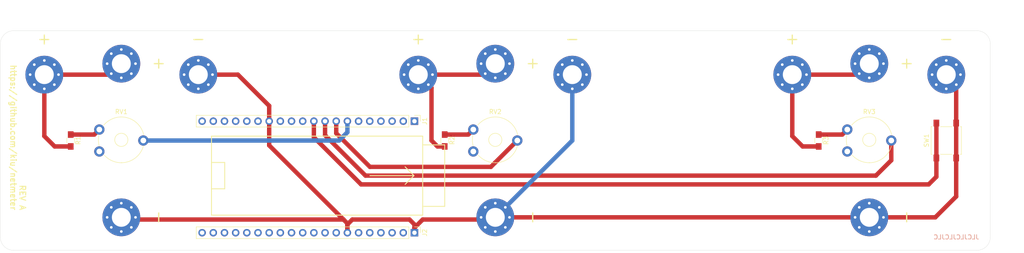
<source format=kicad_pcb>
(kicad_pcb (version 20171130) (host pcbnew "(5.1.6)-1")

  (general
    (thickness 1.6)
    (drawings 44)
    (tracks 70)
    (zones 0)
    (modules 21)
    (nets 12)
  )

  (page A4)
  (layers
    (0 F.Cu signal)
    (31 B.Cu signal)
    (32 B.Adhes user)
    (33 F.Adhes user)
    (34 B.Paste user)
    (35 F.Paste user)
    (36 B.SilkS user)
    (37 F.SilkS user)
    (38 B.Mask user)
    (39 F.Mask user)
    (40 Dwgs.User user)
    (41 Cmts.User user)
    (42 Eco1.User user)
    (43 Eco2.User user)
    (44 Edge.Cuts user)
    (45 Margin user)
    (46 B.CrtYd user)
    (47 F.CrtYd user)
    (48 B.Fab user)
    (49 F.Fab user)
  )

  (setup
    (last_trace_width 1)
    (trace_clearance 0.25)
    (zone_clearance 0.508)
    (zone_45_only no)
    (trace_min 0.2)
    (via_size 0.8)
    (via_drill 0.4)
    (via_min_size 0.4)
    (via_min_drill 0.3)
    (uvia_size 0.3)
    (uvia_drill 0.1)
    (uvias_allowed no)
    (uvia_min_size 0.2)
    (uvia_min_drill 0.1)
    (edge_width 0.05)
    (segment_width 0.2)
    (pcb_text_width 0.3)
    (pcb_text_size 1.5 1.5)
    (mod_edge_width 0.12)
    (mod_text_size 1 1)
    (mod_text_width 0.15)
    (pad_size 1.524 1.524)
    (pad_drill 0.762)
    (pad_to_mask_clearance 0.05)
    (aux_axis_origin 0 0)
    (visible_elements 7FFFFFFF)
    (pcbplotparams
      (layerselection 0x010f0_ffffffff)
      (usegerberextensions false)
      (usegerberattributes false)
      (usegerberadvancedattributes false)
      (creategerberjobfile false)
      (excludeedgelayer true)
      (linewidth 0.100000)
      (plotframeref false)
      (viasonmask false)
      (mode 1)
      (useauxorigin false)
      (hpglpennumber 1)
      (hpglpenspeed 20)
      (hpglpendiameter 15.000000)
      (psnegative false)
      (psa4output false)
      (plotreference true)
      (plotvalue false)
      (plotinvisibletext false)
      (padsonsilk true)
      (subtractmaskfromsilk false)
      (outputformat 1)
      (mirror false)
      (drillshape 0)
      (scaleselection 1)
      (outputdirectory "gerber/"))
  )

  (net 0 "")
  (net 1 "Net-(H1-Pad1)")
  (net 2 GND)
  (net 3 "Net-(H3-Pad1)")
  (net 4 "Net-(J1-Pad10)")
  (net 5 "Net-(J1-Pad9)")
  (net 6 "Net-(J1-Pad8)")
  (net 7 "Net-(J1-Pad7)")
  (net 8 "Net-(R1-Pad1)")
  (net 9 "Net-(R2-Pad1)")
  (net 10 "Net-(R3-Pad1)")
  (net 11 "Net-(H11-Pad1)")

  (net_class Default "This is the default net class."
    (clearance 0.25)
    (trace_width 1)
    (via_dia 0.8)
    (via_drill 0.4)
    (uvia_dia 0.3)
    (uvia_drill 0.1)
    (add_net GND)
    (add_net "Net-(H1-Pad1)")
    (add_net "Net-(H11-Pad1)")
    (add_net "Net-(H3-Pad1)")
    (add_net "Net-(J1-Pad10)")
    (add_net "Net-(J1-Pad7)")
    (add_net "Net-(J1-Pad8)")
    (add_net "Net-(J1-Pad9)")
    (add_net "Net-(R1-Pad1)")
    (add_net "Net-(R2-Pad1)")
    (add_net "Net-(R3-Pad1)")
  )

  (module Mounting_Holes:MountingHole_4.3mm_M4_Pad_Via (layer F.Cu) (tedit 56DDBFD7) (tstamp 5F535549)
    (at 40 60)
    (descr "Mounting Hole 4.3mm, M4")
    (tags "mounting hole 4.3mm m4")
    (path /5F5378DC)
    (attr virtual)
    (fp_text reference H1 (at 0 -5.3) (layer F.SilkS) hide
      (effects (font (size 1 1) (thickness 0.15)))
    )
    (fp_text value MountingHole_Pad (at 0 5.3) (layer F.Fab)
      (effects (font (size 1 1) (thickness 0.15)))
    )
    (fp_circle (center 0 0) (end 4.3 0) (layer Cmts.User) (width 0.15))
    (fp_circle (center 0 0) (end 4.55 0) (layer F.CrtYd) (width 0.05))
    (fp_text user %R (at 0.3 0) (layer F.Fab)
      (effects (font (size 1 1) (thickness 0.15)))
    )
    (pad 1 thru_hole circle (at 0 0) (size 8.6 8.6) (drill 4.3) (layers *.Cu *.Mask)
      (net 1 "Net-(H1-Pad1)"))
    (pad 1 thru_hole circle (at 3.225 0) (size 0.9 0.9) (drill 0.6) (layers *.Cu *.Mask)
      (net 1 "Net-(H1-Pad1)"))
    (pad 1 thru_hole circle (at 2.280419 2.280419) (size 0.9 0.9) (drill 0.6) (layers *.Cu *.Mask)
      (net 1 "Net-(H1-Pad1)"))
    (pad 1 thru_hole circle (at 0 3.225) (size 0.9 0.9) (drill 0.6) (layers *.Cu *.Mask)
      (net 1 "Net-(H1-Pad1)"))
    (pad 1 thru_hole circle (at -2.280419 2.280419) (size 0.9 0.9) (drill 0.6) (layers *.Cu *.Mask)
      (net 1 "Net-(H1-Pad1)"))
    (pad 1 thru_hole circle (at -3.225 0) (size 0.9 0.9) (drill 0.6) (layers *.Cu *.Mask)
      (net 1 "Net-(H1-Pad1)"))
    (pad 1 thru_hole circle (at -2.280419 -2.280419) (size 0.9 0.9) (drill 0.6) (layers *.Cu *.Mask)
      (net 1 "Net-(H1-Pad1)"))
    (pad 1 thru_hole circle (at 0 -3.225) (size 0.9 0.9) (drill 0.6) (layers *.Cu *.Mask)
      (net 1 "Net-(H1-Pad1)"))
    (pad 1 thru_hole circle (at 2.280419 -2.280419) (size 0.9 0.9) (drill 0.6) (layers *.Cu *.Mask)
      (net 1 "Net-(H1-Pad1)"))
  )

  (module Mounting_Holes:MountingHole_4.3mm_M4_Pad_Via (layer F.Cu) (tedit 56DDBFD7) (tstamp 5F535559)
    (at 75 60)
    (descr "Mounting Hole 4.3mm, M4")
    (tags "mounting hole 4.3mm m4")
    (path /5F536003)
    (attr virtual)
    (fp_text reference H2 (at 0 -5.3) (layer F.SilkS) hide
      (effects (font (size 1 1) (thickness 0.15)))
    )
    (fp_text value MountingHole_Pad (at 0 5.3) (layer F.Fab)
      (effects (font (size 1 1) (thickness 0.15)))
    )
    (fp_circle (center 0 0) (end 4.55 0) (layer F.CrtYd) (width 0.05))
    (fp_circle (center 0 0) (end 4.3 0) (layer Cmts.User) (width 0.15))
    (fp_text user %R (at 0.3 0) (layer F.Fab)
      (effects (font (size 1 1) (thickness 0.15)))
    )
    (pad 1 thru_hole circle (at 2.280419 -2.280419) (size 0.9 0.9) (drill 0.6) (layers *.Cu *.Mask)
      (net 2 GND))
    (pad 1 thru_hole circle (at 0 -3.225) (size 0.9 0.9) (drill 0.6) (layers *.Cu *.Mask)
      (net 2 GND))
    (pad 1 thru_hole circle (at -2.280419 -2.280419) (size 0.9 0.9) (drill 0.6) (layers *.Cu *.Mask)
      (net 2 GND))
    (pad 1 thru_hole circle (at -3.225 0) (size 0.9 0.9) (drill 0.6) (layers *.Cu *.Mask)
      (net 2 GND))
    (pad 1 thru_hole circle (at -2.280419 2.280419) (size 0.9 0.9) (drill 0.6) (layers *.Cu *.Mask)
      (net 2 GND))
    (pad 1 thru_hole circle (at 0 3.225) (size 0.9 0.9) (drill 0.6) (layers *.Cu *.Mask)
      (net 2 GND))
    (pad 1 thru_hole circle (at 2.280419 2.280419) (size 0.9 0.9) (drill 0.6) (layers *.Cu *.Mask)
      (net 2 GND))
    (pad 1 thru_hole circle (at 3.225 0) (size 0.9 0.9) (drill 0.6) (layers *.Cu *.Mask)
      (net 2 GND))
    (pad 1 thru_hole circle (at 0 0) (size 8.6 8.6) (drill 4.3) (layers *.Cu *.Mask)
      (net 2 GND))
  )

  (module Mounting_Holes:MountingHole_4.3mm_M4_Pad_Via (layer F.Cu) (tedit 56DDBFD7) (tstamp 5F535569)
    (at 125 60)
    (descr "Mounting Hole 4.3mm, M4")
    (tags "mounting hole 4.3mm m4")
    (path /5F545939)
    (attr virtual)
    (fp_text reference H3 (at 0 -5.3) (layer F.SilkS) hide
      (effects (font (size 1 1) (thickness 0.15)))
    )
    (fp_text value MountingHole_Pad (at 0 5.3) (layer F.Fab)
      (effects (font (size 1 1) (thickness 0.15)))
    )
    (fp_circle (center 0 0) (end 4.55 0) (layer F.CrtYd) (width 0.05))
    (fp_circle (center 0 0) (end 4.3 0) (layer Cmts.User) (width 0.15))
    (fp_text user %R (at 0.3 0) (layer F.Fab)
      (effects (font (size 1 1) (thickness 0.15)))
    )
    (pad 1 thru_hole circle (at 2.280419 -2.280419) (size 0.9 0.9) (drill 0.6) (layers *.Cu *.Mask)
      (net 3 "Net-(H3-Pad1)"))
    (pad 1 thru_hole circle (at 0 -3.225) (size 0.9 0.9) (drill 0.6) (layers *.Cu *.Mask)
      (net 3 "Net-(H3-Pad1)"))
    (pad 1 thru_hole circle (at -2.280419 -2.280419) (size 0.9 0.9) (drill 0.6) (layers *.Cu *.Mask)
      (net 3 "Net-(H3-Pad1)"))
    (pad 1 thru_hole circle (at -3.225 0) (size 0.9 0.9) (drill 0.6) (layers *.Cu *.Mask)
      (net 3 "Net-(H3-Pad1)"))
    (pad 1 thru_hole circle (at -2.280419 2.280419) (size 0.9 0.9) (drill 0.6) (layers *.Cu *.Mask)
      (net 3 "Net-(H3-Pad1)"))
    (pad 1 thru_hole circle (at 0 3.225) (size 0.9 0.9) (drill 0.6) (layers *.Cu *.Mask)
      (net 3 "Net-(H3-Pad1)"))
    (pad 1 thru_hole circle (at 2.280419 2.280419) (size 0.9 0.9) (drill 0.6) (layers *.Cu *.Mask)
      (net 3 "Net-(H3-Pad1)"))
    (pad 1 thru_hole circle (at 3.225 0) (size 0.9 0.9) (drill 0.6) (layers *.Cu *.Mask)
      (net 3 "Net-(H3-Pad1)"))
    (pad 1 thru_hole circle (at 0 0) (size 8.6 8.6) (drill 4.3) (layers *.Cu *.Mask)
      (net 3 "Net-(H3-Pad1)"))
  )

  (module Mounting_Holes:MountingHole_4.3mm_M4_Pad_Via (layer F.Cu) (tedit 56DDBFD7) (tstamp 5F535579)
    (at 160 60)
    (descr "Mounting Hole 4.3mm, M4")
    (tags "mounting hole 4.3mm m4")
    (path /5F546758)
    (attr virtual)
    (fp_text reference H4 (at 0 -5.3) (layer F.SilkS) hide
      (effects (font (size 1 1) (thickness 0.15)))
    )
    (fp_text value MountingHole_Pad (at 0 5.3) (layer F.Fab)
      (effects (font (size 1 1) (thickness 0.15)))
    )
    (fp_circle (center 0 0) (end 4.55 0) (layer F.CrtYd) (width 0.05))
    (fp_circle (center 0 0) (end 4.3 0) (layer Cmts.User) (width 0.15))
    (fp_text user %R (at 0.3 0) (layer F.Fab)
      (effects (font (size 1 1) (thickness 0.15)))
    )
    (pad 1 thru_hole circle (at 2.280419 -2.280419) (size 0.9 0.9) (drill 0.6) (layers *.Cu *.Mask)
      (net 2 GND))
    (pad 1 thru_hole circle (at 0 -3.225) (size 0.9 0.9) (drill 0.6) (layers *.Cu *.Mask)
      (net 2 GND))
    (pad 1 thru_hole circle (at -2.280419 -2.280419) (size 0.9 0.9) (drill 0.6) (layers *.Cu *.Mask)
      (net 2 GND))
    (pad 1 thru_hole circle (at -3.225 0) (size 0.9 0.9) (drill 0.6) (layers *.Cu *.Mask)
      (net 2 GND))
    (pad 1 thru_hole circle (at -2.280419 2.280419) (size 0.9 0.9) (drill 0.6) (layers *.Cu *.Mask)
      (net 2 GND))
    (pad 1 thru_hole circle (at 0 3.225) (size 0.9 0.9) (drill 0.6) (layers *.Cu *.Mask)
      (net 2 GND))
    (pad 1 thru_hole circle (at 2.280419 2.280419) (size 0.9 0.9) (drill 0.6) (layers *.Cu *.Mask)
      (net 2 GND))
    (pad 1 thru_hole circle (at 3.225 0) (size 0.9 0.9) (drill 0.6) (layers *.Cu *.Mask)
      (net 2 GND))
    (pad 1 thru_hole circle (at 0 0) (size 8.6 8.6) (drill 4.3) (layers *.Cu *.Mask)
      (net 2 GND))
  )

  (module Mounting_Holes:MountingHole_4.3mm_M4_Pad_Via (layer F.Cu) (tedit 56DDBFD7) (tstamp 5F535589)
    (at 210 60)
    (descr "Mounting Hole 4.3mm, M4")
    (tags "mounting hole 4.3mm m4")
    (path /5F54608E)
    (attr virtual)
    (fp_text reference H5 (at 0 -5.3) (layer F.SilkS) hide
      (effects (font (size 1 1) (thickness 0.15)))
    )
    (fp_text value MountingHole_Pad (at 0 5.3) (layer F.Fab)
      (effects (font (size 1 1) (thickness 0.15)))
    )
    (fp_circle (center 0 0) (end 4.3 0) (layer Cmts.User) (width 0.15))
    (fp_circle (center 0 0) (end 4.55 0) (layer F.CrtYd) (width 0.05))
    (fp_text user %R (at 0.3 0) (layer F.Fab)
      (effects (font (size 1 1) (thickness 0.15)))
    )
    (pad 1 thru_hole circle (at 0 0) (size 8.6 8.6) (drill 4.3) (layers *.Cu *.Mask)
      (net 11 "Net-(H11-Pad1)"))
    (pad 1 thru_hole circle (at 3.225 0) (size 0.9 0.9) (drill 0.6) (layers *.Cu *.Mask)
      (net 11 "Net-(H11-Pad1)"))
    (pad 1 thru_hole circle (at 2.280419 2.280419) (size 0.9 0.9) (drill 0.6) (layers *.Cu *.Mask)
      (net 11 "Net-(H11-Pad1)"))
    (pad 1 thru_hole circle (at 0 3.225) (size 0.9 0.9) (drill 0.6) (layers *.Cu *.Mask)
      (net 11 "Net-(H11-Pad1)"))
    (pad 1 thru_hole circle (at -2.280419 2.280419) (size 0.9 0.9) (drill 0.6) (layers *.Cu *.Mask)
      (net 11 "Net-(H11-Pad1)"))
    (pad 1 thru_hole circle (at -3.225 0) (size 0.9 0.9) (drill 0.6) (layers *.Cu *.Mask)
      (net 11 "Net-(H11-Pad1)"))
    (pad 1 thru_hole circle (at -2.280419 -2.280419) (size 0.9 0.9) (drill 0.6) (layers *.Cu *.Mask)
      (net 11 "Net-(H11-Pad1)"))
    (pad 1 thru_hole circle (at 0 -3.225) (size 0.9 0.9) (drill 0.6) (layers *.Cu *.Mask)
      (net 11 "Net-(H11-Pad1)"))
    (pad 1 thru_hole circle (at 2.280419 -2.280419) (size 0.9 0.9) (drill 0.6) (layers *.Cu *.Mask)
      (net 11 "Net-(H11-Pad1)"))
  )

  (module Mounting_Holes:MountingHole_4.3mm_M4_Pad_Via (layer F.Cu) (tedit 56DDBFD7) (tstamp 5F535599)
    (at 245 60)
    (descr "Mounting Hole 4.3mm, M4")
    (tags "mounting hole 4.3mm m4")
    (path /5F54716B)
    (attr virtual)
    (fp_text reference H6 (at 0 -5.3) (layer F.SilkS) hide
      (effects (font (size 1 1) (thickness 0.15)))
    )
    (fp_text value MountingHole_Pad (at 0 5.3) (layer F.Fab)
      (effects (font (size 1 1) (thickness 0.15)))
    )
    (fp_circle (center 0 0) (end 4.3 0) (layer Cmts.User) (width 0.15))
    (fp_circle (center 0 0) (end 4.55 0) (layer F.CrtYd) (width 0.05))
    (fp_text user %R (at 0.3 0) (layer F.Fab)
      (effects (font (size 1 1) (thickness 0.15)))
    )
    (pad 1 thru_hole circle (at 0 0) (size 8.6 8.6) (drill 4.3) (layers *.Cu *.Mask)
      (net 2 GND))
    (pad 1 thru_hole circle (at 3.225 0) (size 0.9 0.9) (drill 0.6) (layers *.Cu *.Mask)
      (net 2 GND))
    (pad 1 thru_hole circle (at 2.280419 2.280419) (size 0.9 0.9) (drill 0.6) (layers *.Cu *.Mask)
      (net 2 GND))
    (pad 1 thru_hole circle (at 0 3.225) (size 0.9 0.9) (drill 0.6) (layers *.Cu *.Mask)
      (net 2 GND))
    (pad 1 thru_hole circle (at -2.280419 2.280419) (size 0.9 0.9) (drill 0.6) (layers *.Cu *.Mask)
      (net 2 GND))
    (pad 1 thru_hole circle (at -3.225 0) (size 0.9 0.9) (drill 0.6) (layers *.Cu *.Mask)
      (net 2 GND))
    (pad 1 thru_hole circle (at -2.280419 -2.280419) (size 0.9 0.9) (drill 0.6) (layers *.Cu *.Mask)
      (net 2 GND))
    (pad 1 thru_hole circle (at 0 -3.225) (size 0.9 0.9) (drill 0.6) (layers *.Cu *.Mask)
      (net 2 GND))
    (pad 1 thru_hole circle (at 2.280419 -2.280419) (size 0.9 0.9) (drill 0.6) (layers *.Cu *.Mask)
      (net 2 GND))
  )

  (module Socket_Strips:Socket_Strip_Straight_1x20_Pitch2.54mm (layer F.Cu) (tedit 58CD5447) (tstamp 5F537964)
    (at 124.125 70.6 270)
    (descr "Through hole straight socket strip, 1x20, 2.54mm pitch, single row")
    (tags "Through hole socket strip THT 1x20 2.54mm single row")
    (path /5F576A46)
    (fp_text reference J1 (at 0 -2.33 90) (layer F.SilkS)
      (effects (font (size 1 1) (thickness 0.15)))
    )
    (fp_text value Conn_01x20 (at 0 50.59 90) (layer F.Fab)
      (effects (font (size 1 1) (thickness 0.15)))
    )
    (fp_line (start 1.8 -1.8) (end -1.8 -1.8) (layer F.CrtYd) (width 0.05))
    (fp_line (start 1.8 50.05) (end 1.8 -1.8) (layer F.CrtYd) (width 0.05))
    (fp_line (start -1.8 50.05) (end 1.8 50.05) (layer F.CrtYd) (width 0.05))
    (fp_line (start -1.8 -1.8) (end -1.8 50.05) (layer F.CrtYd) (width 0.05))
    (fp_line (start -1.33 -1.33) (end 0 -1.33) (layer F.SilkS) (width 0.12))
    (fp_line (start -1.33 0) (end -1.33 -1.33) (layer F.SilkS) (width 0.12))
    (fp_line (start 1.33 1.27) (end -1.33 1.27) (layer F.SilkS) (width 0.12))
    (fp_line (start 1.33 49.59) (end 1.33 1.27) (layer F.SilkS) (width 0.12))
    (fp_line (start -1.33 49.59) (end 1.33 49.59) (layer F.SilkS) (width 0.12))
    (fp_line (start -1.33 1.27) (end -1.33 49.59) (layer F.SilkS) (width 0.12))
    (fp_line (start 1.27 -1.27) (end -1.27 -1.27) (layer F.Fab) (width 0.1))
    (fp_line (start 1.27 49.53) (end 1.27 -1.27) (layer F.Fab) (width 0.1))
    (fp_line (start -1.27 49.53) (end 1.27 49.53) (layer F.Fab) (width 0.1))
    (fp_line (start -1.27 -1.27) (end -1.27 49.53) (layer F.Fab) (width 0.1))
    (fp_text user %R (at 0 -2.33 90) (layer F.Fab)
      (effects (font (size 1 1) (thickness 0.15)))
    )
    (pad 20 thru_hole oval (at 0 48.26 270) (size 1.7 1.7) (drill 1) (layers *.Cu *.Mask))
    (pad 19 thru_hole oval (at 0 45.72 270) (size 1.7 1.7) (drill 1) (layers *.Cu *.Mask))
    (pad 18 thru_hole oval (at 0 43.18 270) (size 1.7 1.7) (drill 1) (layers *.Cu *.Mask))
    (pad 17 thru_hole oval (at 0 40.64 270) (size 1.7 1.7) (drill 1) (layers *.Cu *.Mask))
    (pad 16 thru_hole oval (at 0 38.1 270) (size 1.7 1.7) (drill 1) (layers *.Cu *.Mask))
    (pad 15 thru_hole oval (at 0 35.56 270) (size 1.7 1.7) (drill 1) (layers *.Cu *.Mask))
    (pad 14 thru_hole oval (at 0 33.02 270) (size 1.7 1.7) (drill 1) (layers *.Cu *.Mask)
      (net 2 GND))
    (pad 13 thru_hole oval (at 0 30.48 270) (size 1.7 1.7) (drill 1) (layers *.Cu *.Mask))
    (pad 12 thru_hole oval (at 0 27.94 270) (size 1.7 1.7) (drill 1) (layers *.Cu *.Mask))
    (pad 11 thru_hole oval (at 0 25.4 270) (size 1.7 1.7) (drill 1) (layers *.Cu *.Mask))
    (pad 10 thru_hole oval (at 0 22.86 270) (size 1.7 1.7) (drill 1) (layers *.Cu *.Mask)
      (net 4 "Net-(J1-Pad10)"))
    (pad 9 thru_hole oval (at 0 20.32 270) (size 1.7 1.7) (drill 1) (layers *.Cu *.Mask)
      (net 5 "Net-(J1-Pad9)"))
    (pad 8 thru_hole oval (at 0 17.78 270) (size 1.7 1.7) (drill 1) (layers *.Cu *.Mask)
      (net 6 "Net-(J1-Pad8)"))
    (pad 7 thru_hole oval (at 0 15.24 270) (size 1.7 1.7) (drill 1) (layers *.Cu *.Mask)
      (net 7 "Net-(J1-Pad7)"))
    (pad 6 thru_hole oval (at 0 12.7 270) (size 1.7 1.7) (drill 1) (layers *.Cu *.Mask))
    (pad 5 thru_hole oval (at 0 10.16 270) (size 1.7 1.7) (drill 1) (layers *.Cu *.Mask))
    (pad 4 thru_hole oval (at 0 7.62 270) (size 1.7 1.7) (drill 1) (layers *.Cu *.Mask))
    (pad 3 thru_hole oval (at 0 5.08 270) (size 1.7 1.7) (drill 1) (layers *.Cu *.Mask))
    (pad 2 thru_hole oval (at 0 2.54 270) (size 1.7 1.7) (drill 1) (layers *.Cu *.Mask))
    (pad 1 thru_hole rect (at 0 0 270) (size 1.7 1.7) (drill 1) (layers *.Cu *.Mask))
    (model ${KISYS3DMOD}/Socket_Strips.3dshapes/Socket_Strip_Straight_1x20_Pitch2.54mm.wrl
      (offset (xyz 0 -24.12999963760376 0))
      (scale (xyz 1 1 1))
      (rotate (xyz 0 0 270))
    )
  )

  (module Socket_Strips:Socket_Strip_Straight_1x20_Pitch2.54mm (layer F.Cu) (tedit 58CD5447) (tstamp 5F5379D6)
    (at 124.125 96 270)
    (descr "Through hole straight socket strip, 1x20, 2.54mm pitch, single row")
    (tags "Through hole socket strip THT 1x20 2.54mm single row")
    (path /5F5782D0)
    (fp_text reference J2 (at 0 -2.33 90) (layer F.SilkS)
      (effects (font (size 1 1) (thickness 0.15)))
    )
    (fp_text value Conn_01x20 (at 0 50.59 90) (layer F.Fab)
      (effects (font (size 1 1) (thickness 0.15)))
    )
    (fp_line (start -1.27 -1.27) (end -1.27 49.53) (layer F.Fab) (width 0.1))
    (fp_line (start -1.27 49.53) (end 1.27 49.53) (layer F.Fab) (width 0.1))
    (fp_line (start 1.27 49.53) (end 1.27 -1.27) (layer F.Fab) (width 0.1))
    (fp_line (start 1.27 -1.27) (end -1.27 -1.27) (layer F.Fab) (width 0.1))
    (fp_line (start -1.33 1.27) (end -1.33 49.59) (layer F.SilkS) (width 0.12))
    (fp_line (start -1.33 49.59) (end 1.33 49.59) (layer F.SilkS) (width 0.12))
    (fp_line (start 1.33 49.59) (end 1.33 1.27) (layer F.SilkS) (width 0.12))
    (fp_line (start 1.33 1.27) (end -1.33 1.27) (layer F.SilkS) (width 0.12))
    (fp_line (start -1.33 0) (end -1.33 -1.33) (layer F.SilkS) (width 0.12))
    (fp_line (start -1.33 -1.33) (end 0 -1.33) (layer F.SilkS) (width 0.12))
    (fp_line (start -1.8 -1.8) (end -1.8 50.05) (layer F.CrtYd) (width 0.05))
    (fp_line (start -1.8 50.05) (end 1.8 50.05) (layer F.CrtYd) (width 0.05))
    (fp_line (start 1.8 50.05) (end 1.8 -1.8) (layer F.CrtYd) (width 0.05))
    (fp_line (start 1.8 -1.8) (end -1.8 -1.8) (layer F.CrtYd) (width 0.05))
    (fp_text user %R (at 0 -2.33 90) (layer F.Fab)
      (effects (font (size 1 1) (thickness 0.15)))
    )
    (pad 1 thru_hole rect (at 0 0 270) (size 1.7 1.7) (drill 1) (layers *.Cu *.Mask)
      (net 2 GND))
    (pad 2 thru_hole oval (at 0 2.54 270) (size 1.7 1.7) (drill 1) (layers *.Cu *.Mask))
    (pad 3 thru_hole oval (at 0 5.08 270) (size 1.7 1.7) (drill 1) (layers *.Cu *.Mask))
    (pad 4 thru_hole oval (at 0 7.62 270) (size 1.7 1.7) (drill 1) (layers *.Cu *.Mask))
    (pad 5 thru_hole oval (at 0 10.16 270) (size 1.7 1.7) (drill 1) (layers *.Cu *.Mask))
    (pad 6 thru_hole oval (at 0 12.7 270) (size 1.7 1.7) (drill 1) (layers *.Cu *.Mask))
    (pad 7 thru_hole oval (at 0 15.24 270) (size 1.7 1.7) (drill 1) (layers *.Cu *.Mask)
      (net 2 GND))
    (pad 8 thru_hole oval (at 0 17.78 270) (size 1.7 1.7) (drill 1) (layers *.Cu *.Mask))
    (pad 9 thru_hole oval (at 0 20.32 270) (size 1.7 1.7) (drill 1) (layers *.Cu *.Mask))
    (pad 10 thru_hole oval (at 0 22.86 270) (size 1.7 1.7) (drill 1) (layers *.Cu *.Mask))
    (pad 11 thru_hole oval (at 0 25.4 270) (size 1.7 1.7) (drill 1) (layers *.Cu *.Mask))
    (pad 12 thru_hole oval (at 0 27.94 270) (size 1.7 1.7) (drill 1) (layers *.Cu *.Mask))
    (pad 13 thru_hole oval (at 0 30.48 270) (size 1.7 1.7) (drill 1) (layers *.Cu *.Mask))
    (pad 14 thru_hole oval (at 0 33.02 270) (size 1.7 1.7) (drill 1) (layers *.Cu *.Mask))
    (pad 15 thru_hole oval (at 0 35.56 270) (size 1.7 1.7) (drill 1) (layers *.Cu *.Mask))
    (pad 16 thru_hole oval (at 0 38.1 270) (size 1.7 1.7) (drill 1) (layers *.Cu *.Mask))
    (pad 17 thru_hole oval (at 0 40.64 270) (size 1.7 1.7) (drill 1) (layers *.Cu *.Mask))
    (pad 18 thru_hole oval (at 0 43.18 270) (size 1.7 1.7) (drill 1) (layers *.Cu *.Mask))
    (pad 19 thru_hole oval (at 0 45.72 270) (size 1.7 1.7) (drill 1) (layers *.Cu *.Mask))
    (pad 20 thru_hole oval (at 0 48.26 270) (size 1.7 1.7) (drill 1) (layers *.Cu *.Mask))
    (model ${KISYS3DMOD}/Socket_Strips.3dshapes/Socket_Strip_Straight_1x20_Pitch2.54mm.wrl
      (offset (xyz 0 -24.12999963760376 0))
      (scale (xyz 1 1 1))
      (rotate (xyz 0 0 270))
    )
  )

  (module Resistors_SMD:R_0805_HandSoldering (layer F.Cu) (tedit 58E0A804) (tstamp 5F5355F8)
    (at 46 75 270)
    (descr "Resistor SMD 0805, hand soldering")
    (tags "resistor 0805")
    (path /5F53E4C3)
    (attr smd)
    (fp_text reference R1 (at 0 -1.7 90) (layer F.SilkS)
      (effects (font (size 1 1) (thickness 0.15)))
    )
    (fp_text value 51R (at 0 1.75 90) (layer F.Fab)
      (effects (font (size 1 1) (thickness 0.15)))
    )
    (fp_line (start 2.35 0.9) (end -2.35 0.9) (layer F.CrtYd) (width 0.05))
    (fp_line (start 2.35 0.9) (end 2.35 -0.9) (layer F.CrtYd) (width 0.05))
    (fp_line (start -2.35 -0.9) (end -2.35 0.9) (layer F.CrtYd) (width 0.05))
    (fp_line (start -2.35 -0.9) (end 2.35 -0.9) (layer F.CrtYd) (width 0.05))
    (fp_line (start -0.6 -0.88) (end 0.6 -0.88) (layer F.SilkS) (width 0.12))
    (fp_line (start 0.6 0.88) (end -0.6 0.88) (layer F.SilkS) (width 0.12))
    (fp_line (start -1 -0.62) (end 1 -0.62) (layer F.Fab) (width 0.1))
    (fp_line (start 1 -0.62) (end 1 0.62) (layer F.Fab) (width 0.1))
    (fp_line (start 1 0.62) (end -1 0.62) (layer F.Fab) (width 0.1))
    (fp_line (start -1 0.62) (end -1 -0.62) (layer F.Fab) (width 0.1))
    (fp_text user %R (at 0 0 90) (layer F.Fab)
      (effects (font (size 0.5 0.5) (thickness 0.075)))
    )
    (pad 2 smd rect (at 1.35 0 270) (size 1.5 1.3) (layers F.Cu F.Paste F.Mask)
      (net 1 "Net-(H1-Pad1)"))
    (pad 1 smd rect (at -1.35 0 270) (size 1.5 1.3) (layers F.Cu F.Paste F.Mask)
      (net 8 "Net-(R1-Pad1)"))
    (model ${KISYS3DMOD}/Resistors_SMD.3dshapes/R_0805.wrl
      (at (xyz 0 0 0))
      (scale (xyz 1 1 1))
      (rotate (xyz 0 0 0))
    )
  )

  (module Resistors_SMD:R_0805_HandSoldering (layer F.Cu) (tedit 58E0A804) (tstamp 5F535609)
    (at 131 75 270)
    (descr "Resistor SMD 0805, hand soldering")
    (tags "resistor 0805")
    (path /5F53F6F6)
    (attr smd)
    (fp_text reference R2 (at 0 -1.7 90) (layer F.SilkS)
      (effects (font (size 1 1) (thickness 0.15)))
    )
    (fp_text value 51R (at 0 1.75 90) (layer F.Fab)
      (effects (font (size 1 1) (thickness 0.15)))
    )
    (fp_line (start -1 0.62) (end -1 -0.62) (layer F.Fab) (width 0.1))
    (fp_line (start 1 0.62) (end -1 0.62) (layer F.Fab) (width 0.1))
    (fp_line (start 1 -0.62) (end 1 0.62) (layer F.Fab) (width 0.1))
    (fp_line (start -1 -0.62) (end 1 -0.62) (layer F.Fab) (width 0.1))
    (fp_line (start 0.6 0.88) (end -0.6 0.88) (layer F.SilkS) (width 0.12))
    (fp_line (start -0.6 -0.88) (end 0.6 -0.88) (layer F.SilkS) (width 0.12))
    (fp_line (start -2.35 -0.9) (end 2.35 -0.9) (layer F.CrtYd) (width 0.05))
    (fp_line (start -2.35 -0.9) (end -2.35 0.9) (layer F.CrtYd) (width 0.05))
    (fp_line (start 2.35 0.9) (end 2.35 -0.9) (layer F.CrtYd) (width 0.05))
    (fp_line (start 2.35 0.9) (end -2.35 0.9) (layer F.CrtYd) (width 0.05))
    (fp_text user %R (at 0 0 90) (layer F.Fab)
      (effects (font (size 0.5 0.5) (thickness 0.075)))
    )
    (pad 1 smd rect (at -1.35 0 270) (size 1.5 1.3) (layers F.Cu F.Paste F.Mask)
      (net 9 "Net-(R2-Pad1)"))
    (pad 2 smd rect (at 1.35 0 270) (size 1.5 1.3) (layers F.Cu F.Paste F.Mask)
      (net 3 "Net-(H3-Pad1)"))
    (model ${KISYS3DMOD}/Resistors_SMD.3dshapes/R_0805.wrl
      (at (xyz 0 0 0))
      (scale (xyz 1 1 1))
      (rotate (xyz 0 0 0))
    )
  )

  (module Resistors_SMD:R_0805_HandSoldering (layer F.Cu) (tedit 58E0A804) (tstamp 5F53561A)
    (at 216 75 270)
    (descr "Resistor SMD 0805, hand soldering")
    (tags "resistor 0805")
    (path /5F53FADC)
    (attr smd)
    (fp_text reference R3 (at 0 -1.7 90) (layer F.SilkS)
      (effects (font (size 1 1) (thickness 0.15)))
    )
    (fp_text value 51R (at 0 1.75 90) (layer F.Fab)
      (effects (font (size 1 1) (thickness 0.15)))
    )
    (fp_line (start 2.35 0.9) (end -2.35 0.9) (layer F.CrtYd) (width 0.05))
    (fp_line (start 2.35 0.9) (end 2.35 -0.9) (layer F.CrtYd) (width 0.05))
    (fp_line (start -2.35 -0.9) (end -2.35 0.9) (layer F.CrtYd) (width 0.05))
    (fp_line (start -2.35 -0.9) (end 2.35 -0.9) (layer F.CrtYd) (width 0.05))
    (fp_line (start -0.6 -0.88) (end 0.6 -0.88) (layer F.SilkS) (width 0.12))
    (fp_line (start 0.6 0.88) (end -0.6 0.88) (layer F.SilkS) (width 0.12))
    (fp_line (start -1 -0.62) (end 1 -0.62) (layer F.Fab) (width 0.1))
    (fp_line (start 1 -0.62) (end 1 0.62) (layer F.Fab) (width 0.1))
    (fp_line (start 1 0.62) (end -1 0.62) (layer F.Fab) (width 0.1))
    (fp_line (start -1 0.62) (end -1 -0.62) (layer F.Fab) (width 0.1))
    (fp_text user %R (at 0 0 90) (layer F.Fab)
      (effects (font (size 0.5 0.5) (thickness 0.075)))
    )
    (pad 2 smd rect (at 1.35 0 270) (size 1.5 1.3) (layers F.Cu F.Paste F.Mask)
      (net 11 "Net-(H11-Pad1)"))
    (pad 1 smd rect (at -1.35 0 270) (size 1.5 1.3) (layers F.Cu F.Paste F.Mask)
      (net 10 "Net-(R3-Pad1)"))
    (model ${KISYS3DMOD}/Resistors_SMD.3dshapes/R_0805.wrl
      (at (xyz 0 0 0))
      (scale (xyz 1 1 1))
      (rotate (xyz 0 0 0))
    )
  )

  (module Buttons_Switches_SMD:SW_SPST_B3S-1000 (layer F.Cu) (tedit 58724047) (tstamp 5F53790C)
    (at 245 75 90)
    (descr "Surface Mount Tactile Switch for High-Density Packaging")
    (tags "Tactile Switch")
    (path /5F546118)
    (attr smd)
    (fp_text reference SW1 (at 0 -4.5 90) (layer F.SilkS)
      (effects (font (size 1 1) (thickness 0.15)))
    )
    (fp_text value SW_Push (at 0 4.5 90) (layer F.Fab)
      (effects (font (size 1 1) (thickness 0.15)))
    )
    (fp_line (start -3 3.3) (end -3 -3.3) (layer F.Fab) (width 0.1))
    (fp_line (start 3 3.3) (end -3 3.3) (layer F.Fab) (width 0.1))
    (fp_line (start 3 -3.3) (end 3 3.3) (layer F.Fab) (width 0.1))
    (fp_line (start -3 -3.3) (end 3 -3.3) (layer F.Fab) (width 0.1))
    (fp_circle (center 0 0) (end 1.65 0) (layer F.Fab) (width 0.1))
    (fp_line (start 3.15 -1.3) (end 3.15 1.3) (layer F.SilkS) (width 0.12))
    (fp_line (start -3.15 3.45) (end -3.15 3.2) (layer F.SilkS) (width 0.12))
    (fp_line (start 3.15 3.45) (end -3.15 3.45) (layer F.SilkS) (width 0.12))
    (fp_line (start 3.15 3.2) (end 3.15 3.45) (layer F.SilkS) (width 0.12))
    (fp_line (start -3.15 1.3) (end -3.15 -1.3) (layer F.SilkS) (width 0.12))
    (fp_line (start 3.15 -3.45) (end 3.15 -3.2) (layer F.SilkS) (width 0.12))
    (fp_line (start -3.15 -3.45) (end 3.15 -3.45) (layer F.SilkS) (width 0.12))
    (fp_line (start -3.15 -3.2) (end -3.15 -3.45) (layer F.SilkS) (width 0.12))
    (fp_line (start -5 -3.7) (end -5 3.7) (layer F.CrtYd) (width 0.05))
    (fp_line (start 5 -3.7) (end -5 -3.7) (layer F.CrtYd) (width 0.05))
    (fp_line (start 5 3.7) (end 5 -3.7) (layer F.CrtYd) (width 0.05))
    (fp_line (start -5 3.7) (end 5 3.7) (layer F.CrtYd) (width 0.05))
    (fp_text user %R (at 0 -4.5 90) (layer F.Fab)
      (effects (font (size 1 1) (thickness 0.15)))
    )
    (pad 2 smd rect (at 3.975 2.25 90) (size 1.55 1.3) (layers F.Cu F.Paste F.Mask)
      (net 2 GND))
    (pad 2 smd rect (at -3.975 2.25 90) (size 1.55 1.3) (layers F.Cu F.Paste F.Mask)
      (net 2 GND))
    (pad 1 smd rect (at 3.975 -2.25 90) (size 1.55 1.3) (layers F.Cu F.Paste F.Mask)
      (net 4 "Net-(J1-Pad10)"))
    (pad 1 smd rect (at -3.975 -2.25 90) (size 1.55 1.3) (layers F.Cu F.Paste F.Mask)
      (net 4 "Net-(J1-Pad10)"))
    (model ${KISYS3DMOD}/Buttons_Switches_SMD.3dshapes/SW_SPST_B3S-1000.wrl
      (at (xyz 0 0 0))
      (scale (xyz 1 1 1))
      (rotate (xyz 0 0 0))
    )
  )

  (module Mounting_Holes:MountingHole_4.3mm_M4_Pad_Via (layer F.Cu) (tedit 56DDBFD7) (tstamp 5F536898)
    (at 57.5 57.5)
    (descr "Mounting Hole 4.3mm, M4")
    (tags "mounting hole 4.3mm m4")
    (path /5F53C61C)
    (attr virtual)
    (fp_text reference H7 (at 0 -5.3) (layer F.SilkS) hide
      (effects (font (size 1 1) (thickness 0.15)))
    )
    (fp_text value MountingHole_Pad (at 0 5.3) (layer F.Fab)
      (effects (font (size 1 1) (thickness 0.15)))
    )
    (fp_circle (center 0 0) (end 4.55 0) (layer F.CrtYd) (width 0.05))
    (fp_circle (center 0 0) (end 4.3 0) (layer Cmts.User) (width 0.15))
    (fp_text user %R (at 0.3 0) (layer F.Fab)
      (effects (font (size 1 1) (thickness 0.15)))
    )
    (pad 1 thru_hole circle (at 0 0) (size 8.6 8.6) (drill 4.3) (layers *.Cu *.Mask)
      (net 1 "Net-(H1-Pad1)"))
    (pad 1 thru_hole circle (at 3.225 0) (size 0.9 0.9) (drill 0.6) (layers *.Cu *.Mask)
      (net 1 "Net-(H1-Pad1)"))
    (pad 1 thru_hole circle (at 2.280419 2.280419) (size 0.9 0.9) (drill 0.6) (layers *.Cu *.Mask)
      (net 1 "Net-(H1-Pad1)"))
    (pad 1 thru_hole circle (at 0 3.225) (size 0.9 0.9) (drill 0.6) (layers *.Cu *.Mask)
      (net 1 "Net-(H1-Pad1)"))
    (pad 1 thru_hole circle (at -2.280419 2.280419) (size 0.9 0.9) (drill 0.6) (layers *.Cu *.Mask)
      (net 1 "Net-(H1-Pad1)"))
    (pad 1 thru_hole circle (at -3.225 0) (size 0.9 0.9) (drill 0.6) (layers *.Cu *.Mask)
      (net 1 "Net-(H1-Pad1)"))
    (pad 1 thru_hole circle (at -2.280419 -2.280419) (size 0.9 0.9) (drill 0.6) (layers *.Cu *.Mask)
      (net 1 "Net-(H1-Pad1)"))
    (pad 1 thru_hole circle (at 0 -3.225) (size 0.9 0.9) (drill 0.6) (layers *.Cu *.Mask)
      (net 1 "Net-(H1-Pad1)"))
    (pad 1 thru_hole circle (at 2.280419 -2.280419) (size 0.9 0.9) (drill 0.6) (layers *.Cu *.Mask)
      (net 1 "Net-(H1-Pad1)"))
  )

  (module Mounting_Holes:MountingHole_4.3mm_M4_Pad_Via (layer F.Cu) (tedit 56DDBFD7) (tstamp 5F5368A8)
    (at 57.5 92.5)
    (descr "Mounting Hole 4.3mm, M4")
    (tags "mounting hole 4.3mm m4")
    (path /5F53D023)
    (attr virtual)
    (fp_text reference H8 (at 0 -5.3) (layer F.SilkS) hide
      (effects (font (size 1 1) (thickness 0.15)))
    )
    (fp_text value MountingHole_Pad (at 0 5.3) (layer F.Fab)
      (effects (font (size 1 1) (thickness 0.15)))
    )
    (fp_circle (center 0 0) (end 4.3 0) (layer Cmts.User) (width 0.15))
    (fp_circle (center 0 0) (end 4.55 0) (layer F.CrtYd) (width 0.05))
    (fp_text user %R (at 0.3 0) (layer F.Fab)
      (effects (font (size 1 1) (thickness 0.15)))
    )
    (pad 1 thru_hole circle (at 2.280419 -2.280419) (size 0.9 0.9) (drill 0.6) (layers *.Cu *.Mask)
      (net 2 GND))
    (pad 1 thru_hole circle (at 0 -3.225) (size 0.9 0.9) (drill 0.6) (layers *.Cu *.Mask)
      (net 2 GND))
    (pad 1 thru_hole circle (at -2.280419 -2.280419) (size 0.9 0.9) (drill 0.6) (layers *.Cu *.Mask)
      (net 2 GND))
    (pad 1 thru_hole circle (at -3.225 0) (size 0.9 0.9) (drill 0.6) (layers *.Cu *.Mask)
      (net 2 GND))
    (pad 1 thru_hole circle (at -2.280419 2.280419) (size 0.9 0.9) (drill 0.6) (layers *.Cu *.Mask)
      (net 2 GND))
    (pad 1 thru_hole circle (at 0 3.225) (size 0.9 0.9) (drill 0.6) (layers *.Cu *.Mask)
      (net 2 GND))
    (pad 1 thru_hole circle (at 2.280419 2.280419) (size 0.9 0.9) (drill 0.6) (layers *.Cu *.Mask)
      (net 2 GND))
    (pad 1 thru_hole circle (at 3.225 0) (size 0.9 0.9) (drill 0.6) (layers *.Cu *.Mask)
      (net 2 GND))
    (pad 1 thru_hole circle (at 0 0) (size 8.6 8.6) (drill 4.3) (layers *.Cu *.Mask)
      (net 2 GND))
  )

  (module Mounting_Holes:MountingHole_4.3mm_M4_Pad_Via (layer F.Cu) (tedit 56DDBFD7) (tstamp 5F5368B8)
    (at 142.5 57.5)
    (descr "Mounting Hole 4.3mm, M4")
    (tags "mounting hole 4.3mm m4")
    (path /5F53E5E1)
    (attr virtual)
    (fp_text reference H9 (at 0 -5.3) (layer F.SilkS) hide
      (effects (font (size 1 1) (thickness 0.15)))
    )
    (fp_text value MountingHole_Pad (at 0 5.3) (layer F.Fab)
      (effects (font (size 1 1) (thickness 0.15)))
    )
    (fp_circle (center 0 0) (end 4.3 0) (layer Cmts.User) (width 0.15))
    (fp_circle (center 0 0) (end 4.55 0) (layer F.CrtYd) (width 0.05))
    (fp_text user %R (at 0.3 0) (layer F.Fab)
      (effects (font (size 1 1) (thickness 0.15)))
    )
    (pad 1 thru_hole circle (at 2.280419 -2.280419) (size 0.9 0.9) (drill 0.6) (layers *.Cu *.Mask)
      (net 3 "Net-(H3-Pad1)"))
    (pad 1 thru_hole circle (at 0 -3.225) (size 0.9 0.9) (drill 0.6) (layers *.Cu *.Mask)
      (net 3 "Net-(H3-Pad1)"))
    (pad 1 thru_hole circle (at -2.280419 -2.280419) (size 0.9 0.9) (drill 0.6) (layers *.Cu *.Mask)
      (net 3 "Net-(H3-Pad1)"))
    (pad 1 thru_hole circle (at -3.225 0) (size 0.9 0.9) (drill 0.6) (layers *.Cu *.Mask)
      (net 3 "Net-(H3-Pad1)"))
    (pad 1 thru_hole circle (at -2.280419 2.280419) (size 0.9 0.9) (drill 0.6) (layers *.Cu *.Mask)
      (net 3 "Net-(H3-Pad1)"))
    (pad 1 thru_hole circle (at 0 3.225) (size 0.9 0.9) (drill 0.6) (layers *.Cu *.Mask)
      (net 3 "Net-(H3-Pad1)"))
    (pad 1 thru_hole circle (at 2.280419 2.280419) (size 0.9 0.9) (drill 0.6) (layers *.Cu *.Mask)
      (net 3 "Net-(H3-Pad1)"))
    (pad 1 thru_hole circle (at 3.225 0) (size 0.9 0.9) (drill 0.6) (layers *.Cu *.Mask)
      (net 3 "Net-(H3-Pad1)"))
    (pad 1 thru_hole circle (at 0 0) (size 8.6 8.6) (drill 4.3) (layers *.Cu *.Mask)
      (net 3 "Net-(H3-Pad1)"))
  )

  (module Mounting_Holes:MountingHole_4.3mm_M4_Pad_Via (layer F.Cu) (tedit 56DDBFD7) (tstamp 5F5368C8)
    (at 142.5 92.5)
    (descr "Mounting Hole 4.3mm, M4")
    (tags "mounting hole 4.3mm m4")
    (path /5F54174A)
    (attr virtual)
    (fp_text reference H10 (at 0 -5.3) (layer F.SilkS) hide
      (effects (font (size 1 1) (thickness 0.15)))
    )
    (fp_text value MountingHole_Pad (at 0 5.3) (layer F.Fab)
      (effects (font (size 1 1) (thickness 0.15)))
    )
    (fp_circle (center 0 0) (end 4.3 0) (layer Cmts.User) (width 0.15))
    (fp_circle (center 0 0) (end 4.55 0) (layer F.CrtYd) (width 0.05))
    (fp_text user %R (at 0.3 0) (layer F.Fab)
      (effects (font (size 1 1) (thickness 0.15)))
    )
    (pad 1 thru_hole circle (at 2.280419 -2.280419) (size 0.9 0.9) (drill 0.6) (layers *.Cu *.Mask)
      (net 2 GND))
    (pad 1 thru_hole circle (at 0 -3.225) (size 0.9 0.9) (drill 0.6) (layers *.Cu *.Mask)
      (net 2 GND))
    (pad 1 thru_hole circle (at -2.280419 -2.280419) (size 0.9 0.9) (drill 0.6) (layers *.Cu *.Mask)
      (net 2 GND))
    (pad 1 thru_hole circle (at -3.225 0) (size 0.9 0.9) (drill 0.6) (layers *.Cu *.Mask)
      (net 2 GND))
    (pad 1 thru_hole circle (at -2.280419 2.280419) (size 0.9 0.9) (drill 0.6) (layers *.Cu *.Mask)
      (net 2 GND))
    (pad 1 thru_hole circle (at 0 3.225) (size 0.9 0.9) (drill 0.6) (layers *.Cu *.Mask)
      (net 2 GND))
    (pad 1 thru_hole circle (at 2.280419 2.280419) (size 0.9 0.9) (drill 0.6) (layers *.Cu *.Mask)
      (net 2 GND))
    (pad 1 thru_hole circle (at 3.225 0) (size 0.9 0.9) (drill 0.6) (layers *.Cu *.Mask)
      (net 2 GND))
    (pad 1 thru_hole circle (at 0 0) (size 8.6 8.6) (drill 4.3) (layers *.Cu *.Mask)
      (net 2 GND))
  )

  (module Mounting_Holes:MountingHole_4.3mm_M4_Pad_Via (layer F.Cu) (tedit 56DDBFD7) (tstamp 5F5368D8)
    (at 227.5 57.5)
    (descr "Mounting Hole 4.3mm, M4")
    (tags "mounting hole 4.3mm m4")
    (path /5F544D8B)
    (attr virtual)
    (fp_text reference H11 (at 0 -5.3) (layer F.SilkS) hide
      (effects (font (size 1 1) (thickness 0.15)))
    )
    (fp_text value MountingHole_Pad (at 0 5.3) (layer F.Fab)
      (effects (font (size 1 1) (thickness 0.15)))
    )
    (fp_circle (center 0 0) (end 4.55 0) (layer F.CrtYd) (width 0.05))
    (fp_circle (center 0 0) (end 4.3 0) (layer Cmts.User) (width 0.15))
    (fp_text user %R (at 0.3 0) (layer F.Fab)
      (effects (font (size 1 1) (thickness 0.15)))
    )
    (pad 1 thru_hole circle (at 0 0) (size 8.6 8.6) (drill 4.3) (layers *.Cu *.Mask)
      (net 11 "Net-(H11-Pad1)"))
    (pad 1 thru_hole circle (at 3.225 0) (size 0.9 0.9) (drill 0.6) (layers *.Cu *.Mask)
      (net 11 "Net-(H11-Pad1)"))
    (pad 1 thru_hole circle (at 2.280419 2.280419) (size 0.9 0.9) (drill 0.6) (layers *.Cu *.Mask)
      (net 11 "Net-(H11-Pad1)"))
    (pad 1 thru_hole circle (at 0 3.225) (size 0.9 0.9) (drill 0.6) (layers *.Cu *.Mask)
      (net 11 "Net-(H11-Pad1)"))
    (pad 1 thru_hole circle (at -2.280419 2.280419) (size 0.9 0.9) (drill 0.6) (layers *.Cu *.Mask)
      (net 11 "Net-(H11-Pad1)"))
    (pad 1 thru_hole circle (at -3.225 0) (size 0.9 0.9) (drill 0.6) (layers *.Cu *.Mask)
      (net 11 "Net-(H11-Pad1)"))
    (pad 1 thru_hole circle (at -2.280419 -2.280419) (size 0.9 0.9) (drill 0.6) (layers *.Cu *.Mask)
      (net 11 "Net-(H11-Pad1)"))
    (pad 1 thru_hole circle (at 0 -3.225) (size 0.9 0.9) (drill 0.6) (layers *.Cu *.Mask)
      (net 11 "Net-(H11-Pad1)"))
    (pad 1 thru_hole circle (at 2.280419 -2.280419) (size 0.9 0.9) (drill 0.6) (layers *.Cu *.Mask)
      (net 11 "Net-(H11-Pad1)"))
  )

  (module Mounting_Holes:MountingHole_4.3mm_M4_Pad_Via (layer F.Cu) (tedit 56DDBFD7) (tstamp 5F5368E8)
    (at 227.5 92.5)
    (descr "Mounting Hole 4.3mm, M4")
    (tags "mounting hole 4.3mm m4")
    (path /5F546A08)
    (attr virtual)
    (fp_text reference H12 (at 0 -5.3) (layer F.SilkS) hide
      (effects (font (size 1 1) (thickness 0.15)))
    )
    (fp_text value MountingHole_Pad (at 0 5.3) (layer F.Fab)
      (effects (font (size 1 1) (thickness 0.15)))
    )
    (fp_circle (center 0 0) (end 4.3 0) (layer Cmts.User) (width 0.15))
    (fp_circle (center 0 0) (end 4.55 0) (layer F.CrtYd) (width 0.05))
    (fp_text user %R (at 0.3 0) (layer F.Fab)
      (effects (font (size 1 1) (thickness 0.15)))
    )
    (pad 1 thru_hole circle (at 2.280419 -2.280419) (size 0.9 0.9) (drill 0.6) (layers *.Cu *.Mask)
      (net 2 GND))
    (pad 1 thru_hole circle (at 0 -3.225) (size 0.9 0.9) (drill 0.6) (layers *.Cu *.Mask)
      (net 2 GND))
    (pad 1 thru_hole circle (at -2.280419 -2.280419) (size 0.9 0.9) (drill 0.6) (layers *.Cu *.Mask)
      (net 2 GND))
    (pad 1 thru_hole circle (at -3.225 0) (size 0.9 0.9) (drill 0.6) (layers *.Cu *.Mask)
      (net 2 GND))
    (pad 1 thru_hole circle (at -2.280419 2.280419) (size 0.9 0.9) (drill 0.6) (layers *.Cu *.Mask)
      (net 2 GND))
    (pad 1 thru_hole circle (at 0 3.225) (size 0.9 0.9) (drill 0.6) (layers *.Cu *.Mask)
      (net 2 GND))
    (pad 1 thru_hole circle (at 2.280419 2.280419) (size 0.9 0.9) (drill 0.6) (layers *.Cu *.Mask)
      (net 2 GND))
    (pad 1 thru_hole circle (at 3.225 0) (size 0.9 0.9) (drill 0.6) (layers *.Cu *.Mask)
      (net 2 GND))
    (pad 1 thru_hole circle (at 0 0) (size 8.6 8.6) (drill 4.3) (layers *.Cu *.Mask)
      (net 2 GND))
  )

  (module Potentiometers:Potentiometer_Trimmer_Piher_PT-10v10_Horizontal_Px10.0mm_Py5.0mm (layer F.Cu) (tedit 58826B09) (tstamp 5F537D15)
    (at 52.5 77.5)
    (descr "Potentiometer, horizontally mounted, Omeg PC16PU, Omeg PC16PU, Omeg PC16PU, Vishay/Spectrol 248GJ/249GJ Single, Vishay/Spectrol 248GJ/249GJ Single, Vishay/Spectrol 248GJ/249GJ Single, Vishay/Spectrol 248GH/249GH Single, Vishay/Spectrol 148/149 Single, Vishay/Spectrol 148/149 Single, Vishay/Spectrol 148/149 Single, Vishay/Spectrol 148A/149A Single with mounting plates, Vishay/Spectrol 148/149 Double, Vishay/Spectrol 148A/149A Double with mounting plates, Piher PC-16 Single, Piher PC-16 Single, Piher PC-16 Single, Piher PC-16SV Single, Piher PC-16 Double, Piher PC-16 Triple, Piher T16H Single, Piher T16L Single, Piher T16H Double, Alps RK163 Single, Alps RK163 Double, Alps RK097 Single, Alps RK097 Double, Bourns PTV09A-2 Single with mounting sleve Single, Bourns PTV09A-1 with mounting sleve Single, Bourns PRS11S Single, Alps RK09K Single with mounting sleve Single, Alps RK09K with mounting sleve Single, Alps RK09L Single, Alps RK09L Single, Alps RK09L Double, Alps RK09L Double, Alps RK09Y Single, Bourns 3339S Single, Bourns 3339S Single, Bourns 3339P Single, Bourns 3339H Single, Vishay T7YA Single, Suntan TSR-3386H Single, Suntan TSR-3386H Single, Suntan TSR-3386P Single, Vishay T73XX Single, Vishay T73XX Single, Vishay T73YP Single, Piher PT-6h Single, Piher PT-6v Single, Piher PT-6v Single, Piher PT-10h2.5 Single, Piher PT-10h5 Single, Piher PT-101h3.8 Single, Piher PT-10v10 Single, http://www.piher-nacesa.com/pdf/12-PT10v03.pdf")
    (tags "Potentiometer horizontal  Omeg PC16PU  Omeg PC16PU  Omeg PC16PU  Vishay/Spectrol 248GJ/249GJ Single  Vishay/Spectrol 248GJ/249GJ Single  Vishay/Spectrol 248GJ/249GJ Single  Vishay/Spectrol 248GH/249GH Single  Vishay/Spectrol 148/149 Single  Vishay/Spectrol 148/149 Single  Vishay/Spectrol 148/149 Single  Vishay/Spectrol 148A/149A Single with mounting plates  Vishay/Spectrol 148/149 Double  Vishay/Spectrol 148A/149A Double with mounting plates  Piher PC-16 Single  Piher PC-16 Single  Piher PC-16 Single  Piher PC-16SV Single  Piher PC-16 Double  Piher PC-16 Triple  Piher T16H Single  Piher T16L Single  Piher T16H Double  Alps RK163 Single  Alps RK163 Double  Alps RK097 Single  Alps RK097 Double  Bourns PTV09A-2 Single with mounting sleve Single  Bourns PTV09A-1 with mounting sleve Single  Bourns PRS11S Single  Alps RK09K Single with mounting sleve Single  Alps RK09K with mounting sleve Single  Alps RK09L Single  Alps RK09L Single  Alps RK09L Double  Alps RK09L Double  Alps RK09Y Single  Bourns 3339S Single  Bourns 3339S Single  Bourns 3339P Single  Bourns 3339H Single  Vishay T7YA Single  Suntan TSR-3386H Single  Suntan TSR-3386H Single  Suntan TSR-3386P Single  Vishay T73XX Single  Vishay T73XX Single  Vishay T73YP Single  Piher PT-6h Single  Piher PT-6v Single  Piher PT-6v Single  Piher PT-10h2.5 Single  Piher PT-10h5 Single  Piher PT-101h3.8 Single  Piher PT-10v10 Single")
    (path /5F5402FE)
    (fp_text reference RV1 (at 5 -9.05) (layer F.SilkS)
      (effects (font (size 1 1) (thickness 0.15)))
    )
    (fp_text value 250R (at 5 3.75) (layer F.Fab)
      (effects (font (size 1 1) (thickness 0.15)))
    )
    (fp_circle (center 5 -2.65) (end 10.15 -2.65) (layer F.Fab) (width 0.1))
    (fp_circle (center 5 -2.65) (end 6.75 -2.65) (layer F.Fab) (width 0.1))
    (fp_circle (center 5 -2.65) (end 6.5 -2.65) (layer F.Fab) (width 0.1))
    (fp_circle (center 5 -2.65) (end 6.5 -2.65) (layer F.SilkS) (width 0.12))
    (fp_line (start -1.45 -8.05) (end -1.45 2.75) (layer F.CrtYd) (width 0.05))
    (fp_line (start -1.45 2.75) (end 11.45 2.75) (layer F.CrtYd) (width 0.05))
    (fp_line (start 11.45 2.75) (end 11.45 -8.05) (layer F.CrtYd) (width 0.05))
    (fp_line (start 11.45 -8.05) (end -1.45 -8.05) (layer F.CrtYd) (width 0.05))
    (fp_arc (start 5 -2.65) (end 1.128 0.836) (angle -49) (layer F.SilkS) (width 0.12))
    (fp_arc (start 5 -2.65) (end -0.115 -3.644) (angle -26) (layer F.SilkS) (width 0.12))
    (fp_arc (start 5 -2.65) (end 10.077 -3.821) (angle -127) (layer F.SilkS) (width 0.12))
    (fp_arc (start 5 -2.65) (end 5 2.56) (angle -74) (layer F.SilkS) (width 0.12))
    (pad 1 thru_hole circle (at 0 0) (size 2.34 2.34) (drill 1.3) (layers *.Cu *.Mask))
    (pad 2 thru_hole circle (at 10 -2.5) (size 2.34 2.34) (drill 1.3) (layers *.Cu *.Mask)
      (net 7 "Net-(J1-Pad7)"))
    (pad 3 thru_hole circle (at 0 -5) (size 2.34 2.34) (drill 1.3) (layers *.Cu *.Mask)
      (net 8 "Net-(R1-Pad1)"))
    (model Potentiometers.3dshapes/Potentiometer_Trimmer_Piher_PT-10v10_Horizontal_Px10.0mm_Py5.0mm.wrl
      (at (xyz 0 0 0))
      (scale (xyz 0.393701 0.393701 0.393701))
      (rotate (xyz 0 0 0))
    )
  )

  (module Potentiometers:Potentiometer_Trimmer_Piher_PT-10v10_Horizontal_Px10.0mm_Py5.0mm (layer F.Cu) (tedit 58826B09) (tstamp 5F538906)
    (at 137.5 77.5)
    (descr "Potentiometer, horizontally mounted, Omeg PC16PU, Omeg PC16PU, Omeg PC16PU, Vishay/Spectrol 248GJ/249GJ Single, Vishay/Spectrol 248GJ/249GJ Single, Vishay/Spectrol 248GJ/249GJ Single, Vishay/Spectrol 248GH/249GH Single, Vishay/Spectrol 148/149 Single, Vishay/Spectrol 148/149 Single, Vishay/Spectrol 148/149 Single, Vishay/Spectrol 148A/149A Single with mounting plates, Vishay/Spectrol 148/149 Double, Vishay/Spectrol 148A/149A Double with mounting plates, Piher PC-16 Single, Piher PC-16 Single, Piher PC-16 Single, Piher PC-16SV Single, Piher PC-16 Double, Piher PC-16 Triple, Piher T16H Single, Piher T16L Single, Piher T16H Double, Alps RK163 Single, Alps RK163 Double, Alps RK097 Single, Alps RK097 Double, Bourns PTV09A-2 Single with mounting sleve Single, Bourns PTV09A-1 with mounting sleve Single, Bourns PRS11S Single, Alps RK09K Single with mounting sleve Single, Alps RK09K with mounting sleve Single, Alps RK09L Single, Alps RK09L Single, Alps RK09L Double, Alps RK09L Double, Alps RK09Y Single, Bourns 3339S Single, Bourns 3339S Single, Bourns 3339P Single, Bourns 3339H Single, Vishay T7YA Single, Suntan TSR-3386H Single, Suntan TSR-3386H Single, Suntan TSR-3386P Single, Vishay T73XX Single, Vishay T73XX Single, Vishay T73YP Single, Piher PT-6h Single, Piher PT-6v Single, Piher PT-6v Single, Piher PT-10h2.5 Single, Piher PT-10h5 Single, Piher PT-101h3.8 Single, Piher PT-10v10 Single, http://www.piher-nacesa.com/pdf/12-PT10v03.pdf")
    (tags "Potentiometer horizontal  Omeg PC16PU  Omeg PC16PU  Omeg PC16PU  Vishay/Spectrol 248GJ/249GJ Single  Vishay/Spectrol 248GJ/249GJ Single  Vishay/Spectrol 248GJ/249GJ Single  Vishay/Spectrol 248GH/249GH Single  Vishay/Spectrol 148/149 Single  Vishay/Spectrol 148/149 Single  Vishay/Spectrol 148/149 Single  Vishay/Spectrol 148A/149A Single with mounting plates  Vishay/Spectrol 148/149 Double  Vishay/Spectrol 148A/149A Double with mounting plates  Piher PC-16 Single  Piher PC-16 Single  Piher PC-16 Single  Piher PC-16SV Single  Piher PC-16 Double  Piher PC-16 Triple  Piher T16H Single  Piher T16L Single  Piher T16H Double  Alps RK163 Single  Alps RK163 Double  Alps RK097 Single  Alps RK097 Double  Bourns PTV09A-2 Single with mounting sleve Single  Bourns PTV09A-1 with mounting sleve Single  Bourns PRS11S Single  Alps RK09K Single with mounting sleve Single  Alps RK09K with mounting sleve Single  Alps RK09L Single  Alps RK09L Single  Alps RK09L Double  Alps RK09L Double  Alps RK09Y Single  Bourns 3339S Single  Bourns 3339S Single  Bourns 3339P Single  Bourns 3339H Single  Vishay T7YA Single  Suntan TSR-3386H Single  Suntan TSR-3386H Single  Suntan TSR-3386P Single  Vishay T73XX Single  Vishay T73XX Single  Vishay T73YP Single  Piher PT-6h Single  Piher PT-6v Single  Piher PT-6v Single  Piher PT-10h2.5 Single  Piher PT-10h5 Single  Piher PT-101h3.8 Single  Piher PT-10v10 Single")
    (path /5F540F95)
    (fp_text reference RV2 (at 5 -9.05) (layer F.SilkS)
      (effects (font (size 1 1) (thickness 0.15)))
    )
    (fp_text value 250R (at 5 3.75) (layer F.Fab)
      (effects (font (size 1 1) (thickness 0.15)))
    )
    (fp_line (start 11.45 -8.05) (end -1.45 -8.05) (layer F.CrtYd) (width 0.05))
    (fp_line (start 11.45 2.75) (end 11.45 -8.05) (layer F.CrtYd) (width 0.05))
    (fp_line (start -1.45 2.75) (end 11.45 2.75) (layer F.CrtYd) (width 0.05))
    (fp_line (start -1.45 -8.05) (end -1.45 2.75) (layer F.CrtYd) (width 0.05))
    (fp_circle (center 5 -2.65) (end 6.5 -2.65) (layer F.SilkS) (width 0.12))
    (fp_circle (center 5 -2.65) (end 6.5 -2.65) (layer F.Fab) (width 0.1))
    (fp_circle (center 5 -2.65) (end 6.75 -2.65) (layer F.Fab) (width 0.1))
    (fp_circle (center 5 -2.65) (end 10.15 -2.65) (layer F.Fab) (width 0.1))
    (fp_arc (start 5 -2.65) (end 5 2.56) (angle -74) (layer F.SilkS) (width 0.12))
    (fp_arc (start 5 -2.65) (end 10.077 -3.821) (angle -127) (layer F.SilkS) (width 0.12))
    (fp_arc (start 5 -2.65) (end -0.115 -3.644) (angle -26) (layer F.SilkS) (width 0.12))
    (fp_arc (start 5 -2.65) (end 1.128 0.836) (angle -49) (layer F.SilkS) (width 0.12))
    (pad 3 thru_hole circle (at 0 -5) (size 2.34 2.34) (drill 1.3) (layers *.Cu *.Mask)
      (net 9 "Net-(R2-Pad1)"))
    (pad 2 thru_hole circle (at 10 -2.5) (size 2.34 2.34) (drill 1.3) (layers *.Cu *.Mask)
      (net 6 "Net-(J1-Pad8)"))
    (pad 1 thru_hole circle (at 0 0) (size 2.34 2.34) (drill 1.3) (layers *.Cu *.Mask))
    (model Potentiometers.3dshapes/Potentiometer_Trimmer_Piher_PT-10v10_Horizontal_Px10.0mm_Py5.0mm.wrl
      (at (xyz 0 0 0))
      (scale (xyz 0.393701 0.393701 0.393701))
      (rotate (xyz 0 0 0))
    )
  )

  (module Potentiometers:Potentiometer_Trimmer_Piher_PT-10v10_Horizontal_Px10.0mm_Py5.0mm (layer F.Cu) (tedit 58826B09) (tstamp 5F537D39)
    (at 222.5 77.5)
    (descr "Potentiometer, horizontally mounted, Omeg PC16PU, Omeg PC16PU, Omeg PC16PU, Vishay/Spectrol 248GJ/249GJ Single, Vishay/Spectrol 248GJ/249GJ Single, Vishay/Spectrol 248GJ/249GJ Single, Vishay/Spectrol 248GH/249GH Single, Vishay/Spectrol 148/149 Single, Vishay/Spectrol 148/149 Single, Vishay/Spectrol 148/149 Single, Vishay/Spectrol 148A/149A Single with mounting plates, Vishay/Spectrol 148/149 Double, Vishay/Spectrol 148A/149A Double with mounting plates, Piher PC-16 Single, Piher PC-16 Single, Piher PC-16 Single, Piher PC-16SV Single, Piher PC-16 Double, Piher PC-16 Triple, Piher T16H Single, Piher T16L Single, Piher T16H Double, Alps RK163 Single, Alps RK163 Double, Alps RK097 Single, Alps RK097 Double, Bourns PTV09A-2 Single with mounting sleve Single, Bourns PTV09A-1 with mounting sleve Single, Bourns PRS11S Single, Alps RK09K Single with mounting sleve Single, Alps RK09K with mounting sleve Single, Alps RK09L Single, Alps RK09L Single, Alps RK09L Double, Alps RK09L Double, Alps RK09Y Single, Bourns 3339S Single, Bourns 3339S Single, Bourns 3339P Single, Bourns 3339H Single, Vishay T7YA Single, Suntan TSR-3386H Single, Suntan TSR-3386H Single, Suntan TSR-3386P Single, Vishay T73XX Single, Vishay T73XX Single, Vishay T73YP Single, Piher PT-6h Single, Piher PT-6v Single, Piher PT-6v Single, Piher PT-10h2.5 Single, Piher PT-10h5 Single, Piher PT-101h3.8 Single, Piher PT-10v10 Single, http://www.piher-nacesa.com/pdf/12-PT10v03.pdf")
    (tags "Potentiometer horizontal  Omeg PC16PU  Omeg PC16PU  Omeg PC16PU  Vishay/Spectrol 248GJ/249GJ Single  Vishay/Spectrol 248GJ/249GJ Single  Vishay/Spectrol 248GJ/249GJ Single  Vishay/Spectrol 248GH/249GH Single  Vishay/Spectrol 148/149 Single  Vishay/Spectrol 148/149 Single  Vishay/Spectrol 148/149 Single  Vishay/Spectrol 148A/149A Single with mounting plates  Vishay/Spectrol 148/149 Double  Vishay/Spectrol 148A/149A Double with mounting plates  Piher PC-16 Single  Piher PC-16 Single  Piher PC-16 Single  Piher PC-16SV Single  Piher PC-16 Double  Piher PC-16 Triple  Piher T16H Single  Piher T16L Single  Piher T16H Double  Alps RK163 Single  Alps RK163 Double  Alps RK097 Single  Alps RK097 Double  Bourns PTV09A-2 Single with mounting sleve Single  Bourns PTV09A-1 with mounting sleve Single  Bourns PRS11S Single  Alps RK09K Single with mounting sleve Single  Alps RK09K with mounting sleve Single  Alps RK09L Single  Alps RK09L Single  Alps RK09L Double  Alps RK09L Double  Alps RK09Y Single  Bourns 3339S Single  Bourns 3339S Single  Bourns 3339P Single  Bourns 3339H Single  Vishay T7YA Single  Suntan TSR-3386H Single  Suntan TSR-3386H Single  Suntan TSR-3386P Single  Vishay T73XX Single  Vishay T73XX Single  Vishay T73YP Single  Piher PT-6h Single  Piher PT-6v Single  Piher PT-6v Single  Piher PT-10h2.5 Single  Piher PT-10h5 Single  Piher PT-101h3.8 Single  Piher PT-10v10 Single")
    (path /5F54154F)
    (fp_text reference RV3 (at 5 -9.05) (layer F.SilkS)
      (effects (font (size 1 1) (thickness 0.15)))
    )
    (fp_text value 250R (at 5 3.75) (layer F.Fab)
      (effects (font (size 1 1) (thickness 0.15)))
    )
    (fp_circle (center 5 -2.65) (end 10.15 -2.65) (layer F.Fab) (width 0.1))
    (fp_circle (center 5 -2.65) (end 6.75 -2.65) (layer F.Fab) (width 0.1))
    (fp_circle (center 5 -2.65) (end 6.5 -2.65) (layer F.Fab) (width 0.1))
    (fp_circle (center 5 -2.65) (end 6.5 -2.65) (layer F.SilkS) (width 0.12))
    (fp_line (start -1.45 -8.05) (end -1.45 2.75) (layer F.CrtYd) (width 0.05))
    (fp_line (start -1.45 2.75) (end 11.45 2.75) (layer F.CrtYd) (width 0.05))
    (fp_line (start 11.45 2.75) (end 11.45 -8.05) (layer F.CrtYd) (width 0.05))
    (fp_line (start 11.45 -8.05) (end -1.45 -8.05) (layer F.CrtYd) (width 0.05))
    (fp_arc (start 5 -2.65) (end 1.128 0.836) (angle -49) (layer F.SilkS) (width 0.12))
    (fp_arc (start 5 -2.65) (end -0.115 -3.644) (angle -26) (layer F.SilkS) (width 0.12))
    (fp_arc (start 5 -2.65) (end 10.077 -3.821) (angle -127) (layer F.SilkS) (width 0.12))
    (fp_arc (start 5 -2.65) (end 5 2.56) (angle -74) (layer F.SilkS) (width 0.12))
    (pad 1 thru_hole circle (at 0 0) (size 2.34 2.34) (drill 1.3) (layers *.Cu *.Mask))
    (pad 2 thru_hole circle (at 10 -2.5) (size 2.34 2.34) (drill 1.3) (layers *.Cu *.Mask)
      (net 5 "Net-(J1-Pad9)"))
    (pad 3 thru_hole circle (at 0 -5) (size 2.34 2.34) (drill 1.3) (layers *.Cu *.Mask)
      (net 10 "Net-(R3-Pad1)"))
    (model Potentiometers.3dshapes/Potentiometer_Trimmer_Piher_PT-10v10_Horizontal_Px10.0mm_Py5.0mm.wrl
      (at (xyz 0 0 0))
      (scale (xyz 0.393701 0.393701 0.393701))
      (rotate (xyz 0 0 0))
    )
  )

  (gr_text JLCJLCJLCJLC (at 242 97) (layer B.SilkS)
    (effects (font (size 1 1) (thickness 0.2)) (justify right mirror))
  )
  (gr_text "REV A\nhttps://github.com/kiu/netmeter" (at 34 91 270) (layer F.SilkS)
    (effects (font (size 1.3 1.3) (thickness 0.25)) (justify right))
  )
  (gr_line (start 131 90) (end 131 76) (layer F.SilkS) (width 0.2) (tstamp 5F5382F2))
  (gr_line (start 126 76) (end 131 76) (layer F.SilkS) (width 0.2))
  (dimension 50 (width 0.15) (layer Dwgs.User)
    (gr_text "50.000 mm" (at 261.3 75 90) (layer Dwgs.User)
      (effects (font (size 1 1) (thickness 0.15)))
    )
    (feature1 (pts (xy 255 50) (xy 260.586421 50)))
    (feature2 (pts (xy 255 100) (xy 260.586421 100)))
    (crossbar (pts (xy 260 100) (xy 260 50)))
    (arrow1a (pts (xy 260 50) (xy 260.586421 51.126504)))
    (arrow1b (pts (xy 260 50) (xy 259.413579 51.126504)))
    (arrow2a (pts (xy 260 100) (xy 260.586421 98.873496)))
    (arrow2b (pts (xy 260 100) (xy 259.413579 98.873496)))
  )
  (gr_line (start 30 97) (end 30 53) (layer Edge.Cuts) (width 0.05) (tstamp 5F5379E4))
  (gr_line (start 255 97) (end 255 53) (layer Edge.Cuts) (width 0.05) (tstamp 5F5379E3))
  (gr_arc (start 33 97) (end 30 97) (angle -90) (layer Edge.Cuts) (width 0.05))
  (gr_arc (start 252 97) (end 252 100) (angle -90) (layer Edge.Cuts) (width 0.05))
  (gr_line (start 33 100) (end 252 100) (layer Edge.Cuts) (width 0.05))
  (gr_line (start 66 91.5) (end 66 93.5) (layer F.SilkS) (width 0.3))
  (gr_line (start 151 91.5) (end 151 93.5) (layer F.SilkS) (width 0.3))
  (gr_line (start 66 56.5) (end 66 58.5) (layer F.SilkS) (width 0.3))
  (gr_line (start 65 57.5) (end 67 57.5) (layer F.SilkS) (width 0.3))
  (gr_line (start 151 56.5) (end 151 58.5) (layer F.SilkS) (width 0.3) (tstamp 5F537CC7))
  (gr_line (start 150 57.5) (end 152 57.5) (layer F.SilkS) (width 0.3) (tstamp 5F537CC4))
  (gr_line (start 236 93.5) (end 236 91.5) (layer F.SilkS) (width 0.3))
  (gr_line (start 236 58.5) (end 236 56.5) (layer F.SilkS) (width 0.3))
  (gr_line (start 235 57.5) (end 237 57.5) (layer F.SilkS) (width 0.3))
  (dimension 225 (width 0.15) (layer Dwgs.User)
    (gr_text "225.000 mm" (at 142.5 43.7) (layer Dwgs.User)
      (effects (font (size 1 1) (thickness 0.15)))
    )
    (feature1 (pts (xy 30 50) (xy 30 44.413579)))
    (feature2 (pts (xy 255 50) (xy 255 44.413579)))
    (crossbar (pts (xy 255 45) (xy 30 45)))
    (arrow1a (pts (xy 30 45) (xy 31.126504 44.413579)))
    (arrow1b (pts (xy 30 45) (xy 31.126504 45.586421)))
    (arrow2a (pts (xy 255 45) (xy 253.873496 44.413579)))
    (arrow2b (pts (xy 255 45) (xy 253.873496 45.586421)))
  )
  (gr_line (start 252 50) (end 33 50) (layer Edge.Cuts) (width 0.05) (tstamp 5F536E17))
  (gr_arc (start 252 53) (end 255 53) (angle -90) (layer Edge.Cuts) (width 0.05))
  (gr_arc (start 33 53) (end 33 50) (angle -90) (layer Edge.Cuts) (width 0.05))
  (gr_line (start 244 52) (end 246 52) (layer F.SilkS) (width 0.3))
  (gr_line (start 210 51) (end 210 53) (layer F.SilkS) (width 0.3))
  (gr_line (start 209 52) (end 211 52) (layer F.SilkS) (width 0.3))
  (gr_line (start 159 52) (end 161 52) (layer F.SilkS) (width 0.3))
  (gr_line (start 126 52) (end 124 52) (layer F.SilkS) (width 0.3))
  (gr_line (start 125 51) (end 125 53) (layer F.SilkS) (width 0.3))
  (gr_line (start 74 52) (end 76 52) (layer F.SilkS) (width 0.3))
  (gr_line (start 41 52) (end 39 52) (layer F.SilkS) (width 0.3))
  (gr_line (start 40 51) (end 40 53) (layer F.SilkS) (width 0.3))
  (gr_line (start 122 85) (end 124 83) (layer F.SilkS) (width 0.2) (tstamp 5F5378E8))
  (gr_line (start 122 81) (end 124 83) (layer F.SilkS) (width 0.2) (tstamp 5F5378EB))
  (gr_line (start 124 83) (end 122 81) (layer F.SilkS) (width 0.12) (tstamp 5F5378EE))
  (gr_line (start 124 83) (end 114 83) (layer F.SilkS) (width 0.2) (tstamp 5F5378F1))
  (gr_line (start 81 86) (end 81 80) (layer F.SilkS) (width 0.2) (tstamp 5F5378D9))
  (gr_line (start 78 86) (end 81 86) (layer F.SilkS) (width 0.2) (tstamp 5F5378CA))
  (gr_line (start 78 80) (end 81 80) (layer F.SilkS) (width 0.2) (tstamp 5F5378DC))
  (gr_line (start 131 90) (end 126 90) (layer F.SilkS) (width 0.2) (tstamp 5F5378DF))
  (gr_line (start 126 74) (end 78 74) (layer F.SilkS) (width 0.2) (tstamp 5F5378CD))
  (gr_line (start 126 92) (end 126 74) (layer F.SilkS) (width 0.2) (tstamp 5F5378D0))
  (gr_line (start 78 92) (end 126 92) (layer F.SilkS) (width 0.2) (tstamp 5F5378E5))
  (gr_line (start 78 74) (end 78 92) (layer F.SilkS) (width 0.2) (tstamp 5F5378D3))

  (segment (start 55 60) (end 57.5 57.5) (width 1) (layer F.Cu) (net 1))
  (segment (start 40 60) (end 55 60) (width 1) (layer F.Cu) (net 1))
  (segment (start 46 76.35) (end 42.35 76.35) (width 1) (layer F.Cu) (net 1))
  (segment (start 40 74) (end 40 60) (width 1) (layer F.Cu) (net 1))
  (segment (start 42.35 76.35) (end 40 74) (width 1) (layer F.Cu) (net 1))
  (segment (start 227.5 92.5) (end 242.5 92.5) (width 1) (layer F.Cu) (net 2))
  (segment (start 247.25 87.75) (end 247.25 78.975) (width 1) (layer F.Cu) (net 2))
  (segment (start 242.5 92.5) (end 247.25 87.75) (width 1) (layer F.Cu) (net 2))
  (segment (start 247.25 78.975) (end 247.25 71.025) (width 1) (layer F.Cu) (net 2))
  (segment (start 247.25 62.25) (end 245 60) (width 1) (layer F.Cu) (net 2))
  (segment (start 247.25 71.025) (end 247.25 62.25) (width 1) (layer F.Cu) (net 2))
  (segment (start 227.5 92.5) (end 142.5 92.5) (width 1) (layer F.Cu) (net 2))
  (segment (start 75 60) (end 84 60) (width 1) (layer F.Cu) (net 2))
  (segment (start 91.105 67.105) (end 91.105 70.6) (width 1) (layer F.Cu) (net 2))
  (segment (start 84 60) (end 91.105 67.105) (width 1) (layer F.Cu) (net 2))
  (segment (start 160 75) (end 160 60) (width 1) (layer B.Cu) (net 2))
  (segment (start 142.5 92.5) (end 160 75) (width 1) (layer B.Cu) (net 2))
  (segment (start 124.125 96) (end 124.125 94.125) (width 1) (layer F.Cu) (net 2))
  (segment (start 91.105 70.6) (end 91.105 74.895) (width 1) (layer F.Cu) (net 2))
  (segment (start 108.885 96) (end 108.885 94.115) (width 1) (layer F.Cu) (net 2))
  (segment (start 108.885 94.115) (end 110 93) (width 1) (layer F.Cu) (net 2))
  (segment (start 123 93) (end 124.125 94.125) (width 1) (layer F.Cu) (net 2))
  (segment (start 110 93) (end 123 93) (width 1) (layer F.Cu) (net 2))
  (segment (start 108.885 96) (end 108.885 93.885) (width 1) (layer F.Cu) (net 2))
  (segment (start 91.105 76.105) (end 91.105 74.895) (width 1) (layer F.Cu) (net 2))
  (segment (start 57.5 92.5) (end 59 91) (width 1) (layer F.Cu) (net 2))
  (segment (start 108 93) (end 58 93) (width 1) (layer F.Cu) (net 2))
  (segment (start 108.885 93.885) (end 108 93) (width 1) (layer F.Cu) (net 2))
  (segment (start 58 93) (end 57.5 92.5) (width 1) (layer F.Cu) (net 2))
  (segment (start 108 93) (end 91.105 76.105) (width 1) (layer F.Cu) (net 2))
  (segment (start 124.125 96) (end 124.125 94.875) (width 1) (layer F.Cu) (net 2))
  (segment (start 124.125 94.875) (end 126 93) (width 1) (layer F.Cu) (net 2))
  (segment (start 142 93) (end 142.5 92.5) (width 1) (layer F.Cu) (net 2))
  (segment (start 126 93) (end 142 93) (width 1) (layer F.Cu) (net 2))
  (segment (start 140 60) (end 142.5 57.5) (width 1) (layer F.Cu) (net 3))
  (segment (start 125 60) (end 140 60) (width 1) (layer F.Cu) (net 3))
  (segment (start 131 76.35) (end 129.35 76.35) (width 1) (layer F.Cu) (net 3))
  (segment (start 129.35 76.35) (end 128 75) (width 1) (layer F.Cu) (net 3))
  (segment (start 128 63) (end 125 60) (width 1) (layer F.Cu) (net 3))
  (segment (start 128 75) (end 128 63) (width 1) (layer F.Cu) (net 3))
  (segment (start 242.75 78.975) (end 242.75 71.025) (width 1) (layer F.Cu) (net 4))
  (segment (start 241 85) (end 112 85) (width 1) (layer F.Cu) (net 4))
  (segment (start 101.265 74.265) (end 101.265 70.6) (width 1) (layer F.Cu) (net 4))
  (segment (start 242.75 83.25) (end 241 85) (width 1) (layer F.Cu) (net 4))
  (segment (start 112 85) (end 101.265 74.265) (width 1) (layer F.Cu) (net 4))
  (segment (start 242.75 78.975) (end 242.75 83.25) (width 1) (layer F.Cu) (net 4))
  (segment (start 232.5 79.5) (end 232.5 75) (width 1) (layer F.Cu) (net 5))
  (segment (start 113 83) (end 229 83) (width 1) (layer F.Cu) (net 5))
  (segment (start 229 83) (end 232.5 79.5) (width 1) (layer F.Cu) (net 5))
  (segment (start 103.805 70.6) (end 103.805 73.805) (width 1) (layer F.Cu) (net 5))
  (segment (start 103.805 73.805) (end 113 83) (width 1) (layer F.Cu) (net 5))
  (segment (start 142.5 80) (end 147.5 75) (width 1) (layer F.Cu) (net 6))
  (segment (start 141.5 81) (end 142.5 80) (width 1) (layer F.Cu) (net 6))
  (segment (start 114 81) (end 141.5 81) (width 1) (layer F.Cu) (net 6))
  (segment (start 106.345 70.6) (end 106.345 73.345) (width 1) (layer F.Cu) (net 6))
  (segment (start 106.345 73.345) (end 114 81) (width 1) (layer F.Cu) (net 6))
  (segment (start 62.5 75) (end 107 75) (width 1) (layer B.Cu) (net 7))
  (segment (start 108.885 73.115) (end 108.885 70.6) (width 1) (layer B.Cu) (net 7))
  (segment (start 107 75) (end 108.885 73.115) (width 1) (layer B.Cu) (net 7))
  (segment (start 51.35 73.65) (end 52.5 72.5) (width 1) (layer F.Cu) (net 8))
  (segment (start 46 73.65) (end 51.35 73.65) (width 1) (layer F.Cu) (net 8))
  (segment (start 136.35 73.65) (end 137.5 72.5) (width 1) (layer F.Cu) (net 9))
  (segment (start 131 73.65) (end 136.35 73.65) (width 1) (layer F.Cu) (net 9))
  (segment (start 221.35 73.65) (end 222.5 72.5) (width 1) (layer F.Cu) (net 10))
  (segment (start 216 73.65) (end 221.35 73.65) (width 1) (layer F.Cu) (net 10))
  (segment (start 216 76.35) (end 212.35 76.35) (width 1) (layer F.Cu) (net 11))
  (segment (start 210 74) (end 210 60) (width 1) (layer F.Cu) (net 11))
  (segment (start 212.35 76.35) (end 210 74) (width 1) (layer F.Cu) (net 11))
  (segment (start 225 60) (end 227.5 57.5) (width 1) (layer F.Cu) (net 11))
  (segment (start 210 60) (end 225 60) (width 1) (layer F.Cu) (net 11))

)

</source>
